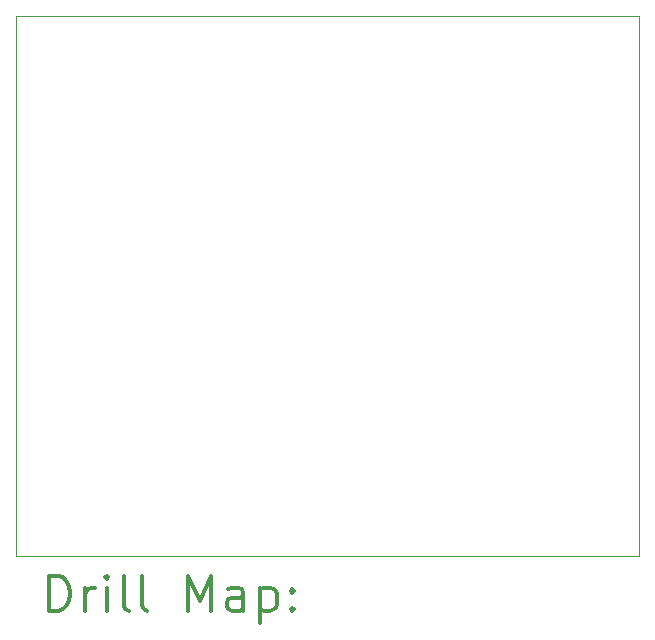
<source format=gbr>
%FSLAX45Y45*%
G04 Gerber Fmt 4.5, Leading zero omitted, Abs format (unit mm)*
G04 Created by KiCad (PCBNEW 5.1.6~rc1+dfsg1-1) date 2020-04-23 19:30:38*
%MOMM*%
%LPD*%
G01*
G04 APERTURE LIST*
%TA.AperFunction,Profile*%
%ADD10C,0.100000*%
%TD*%
%ADD11C,0.200000*%
%ADD12C,0.300000*%
G04 APERTURE END LIST*
D10*
X6731000Y-1460500D02*
X6731000Y-6032500D01*
X1460500Y-1460500D02*
X6731000Y-1460500D01*
X1460500Y-6032500D02*
X1460500Y-1460500D01*
X6731000Y-6032500D02*
X1460500Y-6032500D01*
D11*
D12*
X1741928Y-6503214D02*
X1741928Y-6203214D01*
X1813357Y-6203214D01*
X1856214Y-6217500D01*
X1884786Y-6246071D01*
X1899071Y-6274643D01*
X1913357Y-6331786D01*
X1913357Y-6374643D01*
X1899071Y-6431786D01*
X1884786Y-6460357D01*
X1856214Y-6488929D01*
X1813357Y-6503214D01*
X1741928Y-6503214D01*
X2041928Y-6503214D02*
X2041928Y-6303214D01*
X2041928Y-6360357D02*
X2056214Y-6331786D01*
X2070500Y-6317500D01*
X2099071Y-6303214D01*
X2127643Y-6303214D01*
X2227643Y-6503214D02*
X2227643Y-6303214D01*
X2227643Y-6203214D02*
X2213357Y-6217500D01*
X2227643Y-6231786D01*
X2241928Y-6217500D01*
X2227643Y-6203214D01*
X2227643Y-6231786D01*
X2413357Y-6503214D02*
X2384786Y-6488929D01*
X2370500Y-6460357D01*
X2370500Y-6203214D01*
X2570500Y-6503214D02*
X2541928Y-6488929D01*
X2527643Y-6460357D01*
X2527643Y-6203214D01*
X2913357Y-6503214D02*
X2913357Y-6203214D01*
X3013357Y-6417500D01*
X3113357Y-6203214D01*
X3113357Y-6503214D01*
X3384786Y-6503214D02*
X3384786Y-6346071D01*
X3370500Y-6317500D01*
X3341928Y-6303214D01*
X3284786Y-6303214D01*
X3256214Y-6317500D01*
X3384786Y-6488929D02*
X3356214Y-6503214D01*
X3284786Y-6503214D01*
X3256214Y-6488929D01*
X3241928Y-6460357D01*
X3241928Y-6431786D01*
X3256214Y-6403214D01*
X3284786Y-6388929D01*
X3356214Y-6388929D01*
X3384786Y-6374643D01*
X3527643Y-6303214D02*
X3527643Y-6603214D01*
X3527643Y-6317500D02*
X3556214Y-6303214D01*
X3613357Y-6303214D01*
X3641928Y-6317500D01*
X3656214Y-6331786D01*
X3670500Y-6360357D01*
X3670500Y-6446071D01*
X3656214Y-6474643D01*
X3641928Y-6488929D01*
X3613357Y-6503214D01*
X3556214Y-6503214D01*
X3527643Y-6488929D01*
X3799071Y-6474643D02*
X3813357Y-6488929D01*
X3799071Y-6503214D01*
X3784786Y-6488929D01*
X3799071Y-6474643D01*
X3799071Y-6503214D01*
X3799071Y-6317500D02*
X3813357Y-6331786D01*
X3799071Y-6346071D01*
X3784786Y-6331786D01*
X3799071Y-6317500D01*
X3799071Y-6346071D01*
M02*

</source>
